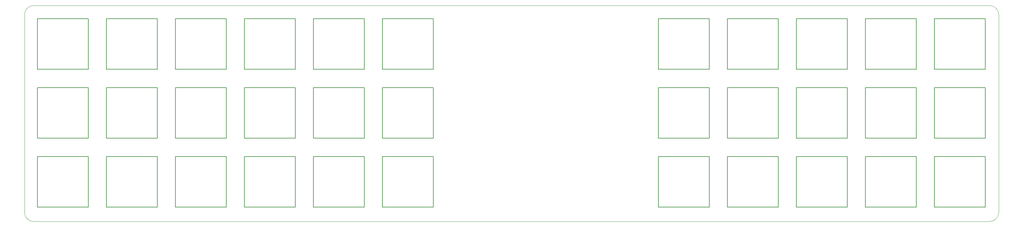
<source format=gbr>
G04 #@! TF.GenerationSoftware,KiCad,Pcbnew,(5.1.7)-1*
G04 #@! TF.CreationDate,2021-01-09T22:46:43+09:00*
G04 #@! TF.ProjectId,barracuda_top,62617272-6163-4756-9461-5f746f702e6b,rev?*
G04 #@! TF.SameCoordinates,Original*
G04 #@! TF.FileFunction,Profile,NP*
%FSLAX46Y46*%
G04 Gerber Fmt 4.6, Leading zero omitted, Abs format (unit mm)*
G04 Created by KiCad (PCBNEW (5.1.7)-1) date 2021-01-09 22:46:43*
%MOMM*%
%LPD*%
G01*
G04 APERTURE LIST*
G04 #@! TA.AperFunction,Profile*
%ADD10C,0.200000*%
G04 #@! TD*
G04 #@! TA.AperFunction,Profile*
%ADD11C,0.050000*%
G04 #@! TD*
G04 APERTURE END LIST*
D10*
X119189500Y-76039000D02*
X119189500Y-62039600D01*
X247488800Y-42989500D02*
X247488800Y-56988800D01*
X233489800Y-42989500D02*
X247488800Y-42989500D01*
X252539800Y-56988800D02*
X252539800Y-42989500D01*
X290639800Y-42989500D02*
X304638800Y-42989500D01*
X42989450Y-76039000D02*
X42989450Y-62039600D01*
X95088800Y-76039000D02*
X81089500Y-76039000D01*
X100139500Y-76039000D02*
X100139500Y-62039600D01*
X233489800Y-76039000D02*
X233489800Y-62039600D01*
X233489800Y-62039600D02*
X247488800Y-62039600D01*
X266538800Y-62039600D02*
X266538800Y-76039000D01*
X81089500Y-76039000D02*
X81089500Y-62039600D01*
X95088800Y-62039600D02*
X95088800Y-76039000D01*
X214439800Y-62039600D02*
X228438800Y-62039600D01*
X133188800Y-62039600D02*
X133188800Y-76039000D01*
X119189500Y-62039600D02*
X133188800Y-62039600D01*
X247488800Y-76039000D02*
X233489800Y-76039000D01*
X247488800Y-56988800D02*
X233489800Y-56988800D01*
X266538800Y-56988800D02*
X252539800Y-56988800D01*
X271589800Y-56988800D02*
X271589800Y-42989500D01*
X252539800Y-62039600D02*
X266538800Y-62039600D01*
X252539800Y-42989500D02*
X266538800Y-42989500D01*
X285588800Y-42989500D02*
X285588800Y-56988800D01*
X62039500Y-76039000D02*
X62039500Y-62039600D01*
X114138800Y-76039000D02*
X100139500Y-76039000D01*
X76038800Y-62039600D02*
X76038800Y-76039000D01*
X81089500Y-62039600D02*
X95088800Y-62039600D01*
X271589800Y-76039000D02*
X271589800Y-62039600D01*
X252539800Y-76039000D02*
X252539800Y-62039600D01*
X138238100Y-62039600D02*
X152238800Y-62039600D01*
X228438800Y-76039000D02*
X214439800Y-76039000D01*
X247488800Y-62039600D02*
X247488800Y-76039000D01*
X304638800Y-42989500D02*
X304638800Y-56988800D01*
X42989450Y-62039600D02*
X56989000Y-62039600D01*
X76038800Y-76039000D02*
X62039500Y-76039000D01*
X214439800Y-76039000D02*
X214439800Y-62039600D01*
X152238800Y-62039600D02*
X152238800Y-76039000D01*
X56989000Y-62039600D02*
X56989000Y-76039000D01*
X133188800Y-76039000D02*
X119189500Y-76039000D01*
X152238800Y-76039000D02*
X138238100Y-76039000D01*
X214439800Y-56988800D02*
X214439800Y-42989500D01*
X228438800Y-56988800D02*
X214439800Y-56988800D01*
X228438800Y-42989500D02*
X228438800Y-56988800D01*
X285588800Y-56988800D02*
X271589800Y-56988800D01*
X56989000Y-76039000D02*
X42989450Y-76039000D01*
X138238100Y-76039000D02*
X138238100Y-62039600D01*
X271589800Y-42989500D02*
X285588800Y-42989500D01*
X114138800Y-62039600D02*
X114138800Y-76039000D01*
X214439800Y-42989500D02*
X228438800Y-42989500D01*
X266538800Y-42989500D02*
X266538800Y-56988800D01*
X290639800Y-56988800D02*
X290639800Y-42989500D01*
X62039500Y-62039600D02*
X76038800Y-62039600D01*
X266538800Y-76039000D02*
X252539800Y-76039000D01*
X100139500Y-62039600D02*
X114138800Y-62039600D01*
X228438800Y-62039600D02*
X228438800Y-76039000D01*
X233489800Y-56988800D02*
X233489800Y-42989500D01*
X304638800Y-56988800D02*
X290639800Y-56988800D01*
X152238800Y-95088960D02*
X138238100Y-95088960D01*
X152238800Y-81089500D02*
X152238800Y-95088960D01*
X214439800Y-81089500D02*
X228438800Y-81089500D01*
X271589800Y-81089500D02*
X285588800Y-81089500D01*
X290639800Y-95088960D02*
X290639800Y-81089500D01*
X100139500Y-95088960D02*
X100139500Y-81089500D01*
X285588800Y-95088960D02*
X271589800Y-95088960D01*
X100139500Y-81089500D02*
X114138800Y-81089500D01*
X119189500Y-81089500D02*
X133188800Y-81089500D01*
X247488800Y-81089500D02*
X247488800Y-95088960D01*
X266538800Y-95088960D02*
X252539800Y-95088960D01*
X271589800Y-95088960D02*
X271589800Y-81089500D01*
X266538800Y-81089500D02*
X266538800Y-95088960D01*
X233489800Y-95088960D02*
X233489800Y-81089500D01*
X252539800Y-81089500D02*
X266538800Y-81089500D01*
X304638800Y-95088960D02*
X290639800Y-95088960D01*
X138238100Y-95088960D02*
X138238100Y-81089500D01*
X285588800Y-76039000D02*
X271589800Y-76039000D01*
X42989450Y-81089500D02*
X56989000Y-81089500D01*
X233489800Y-81089500D02*
X247488800Y-81089500D01*
X285588800Y-62039600D02*
X285588800Y-76039000D01*
X271589800Y-62039600D02*
X285588800Y-62039600D01*
X285588800Y-81089500D02*
X285588800Y-95088960D01*
X95088800Y-81089500D02*
X95088800Y-95088960D01*
X290639800Y-76039000D02*
X290639800Y-62039600D01*
X304638800Y-76039000D02*
X290639800Y-76039000D01*
X304638800Y-62039600D02*
X304638800Y-76039000D01*
X81089500Y-81089500D02*
X95088800Y-81089500D01*
X42989450Y-95088960D02*
X42989450Y-81089500D01*
X56989000Y-95088960D02*
X42989450Y-95088960D01*
X56989000Y-81089500D02*
X56989000Y-95088960D01*
X228438800Y-95088960D02*
X214439800Y-95088960D01*
X76038800Y-95088960D02*
X62039500Y-95088960D01*
X62039500Y-81089500D02*
X76038800Y-81089500D01*
X304638800Y-81089500D02*
X304638800Y-95088960D01*
X62039500Y-95088960D02*
X62039500Y-81089500D01*
X247488800Y-95088960D02*
X233489800Y-95088960D01*
X95088800Y-95088960D02*
X81089500Y-95088960D01*
X252539800Y-95088960D02*
X252539800Y-81089500D01*
X133188800Y-81089500D02*
X133188800Y-95088960D01*
X81089500Y-95088960D02*
X81089500Y-81089500D01*
X114138800Y-95088960D02*
X100139500Y-95088960D01*
X114138800Y-81089500D02*
X114138800Y-95088960D01*
X138238100Y-81089500D02*
X152238800Y-81089500D01*
X214439800Y-95088960D02*
X214439800Y-81089500D01*
X133188800Y-95088960D02*
X119189500Y-95088960D01*
X290639800Y-62039600D02*
X304638800Y-62039600D01*
X228438800Y-81089500D02*
X228438800Y-95088960D01*
X76038800Y-81089500D02*
X76038800Y-95088960D01*
X119189500Y-95088960D02*
X119189500Y-81089500D01*
X290639800Y-81089500D02*
X304638800Y-81089500D01*
X56989000Y-42989500D02*
X56989000Y-56988800D01*
X42989450Y-42989500D02*
X56989000Y-42989500D01*
X138238100Y-42989500D02*
X152238800Y-42989500D01*
X133188800Y-56988800D02*
X119189500Y-56988800D01*
X119189500Y-56988800D02*
X119189500Y-42989500D01*
X95088800Y-56988800D02*
X81089500Y-56988800D01*
X100139500Y-42989500D02*
X114138800Y-42989500D01*
X56989000Y-56988800D02*
X42989450Y-56988800D01*
X138238100Y-56988800D02*
X138238100Y-42989500D01*
X100139500Y-56988800D02*
X100139500Y-42989500D01*
X76038800Y-42989500D02*
X76038800Y-56988800D01*
X62039500Y-42989500D02*
X76038800Y-42989500D01*
X95088800Y-42989500D02*
X95088800Y-56988800D01*
X42989450Y-56988800D02*
X42989450Y-42989500D01*
X76038800Y-56988800D02*
X62039500Y-56988800D01*
X152238800Y-56988800D02*
X138238100Y-56988800D01*
X152238800Y-42989500D02*
X152238800Y-56988800D01*
X114138800Y-42989500D02*
X114138800Y-56988800D01*
X133188800Y-42989500D02*
X133188800Y-56988800D01*
X81089500Y-56988800D02*
X81089500Y-42989500D01*
X114138800Y-56988800D02*
X100139500Y-56988800D01*
X81089500Y-42989500D02*
X95088800Y-42989500D01*
X62039500Y-56988800D02*
X62039500Y-42989500D01*
X119189500Y-42989500D02*
X133188800Y-42989500D01*
D11*
X39370000Y-41910000D02*
G75*
G02*
X41910000Y-39370000I2540000J0D01*
G01*
X191008000Y-39370000D02*
X41910000Y-39370000D01*
X305816000Y-39370000D02*
X191008000Y-39370000D01*
X305816000Y-39370000D02*
G75*
G02*
X308356000Y-41910000I0J-2540000D01*
G01*
X308356000Y-96520000D02*
X308356000Y-41910000D01*
X308356000Y-96520000D02*
G75*
G02*
X305816000Y-99060000I-2540000J0D01*
G01*
X41910000Y-99060000D02*
G75*
G02*
X39370000Y-96520000I0J2540000D01*
G01*
X39370000Y-96520000D02*
X39370000Y-41910000D01*
X41910000Y-99060000D02*
X305816000Y-99060000D01*
M02*

</source>
